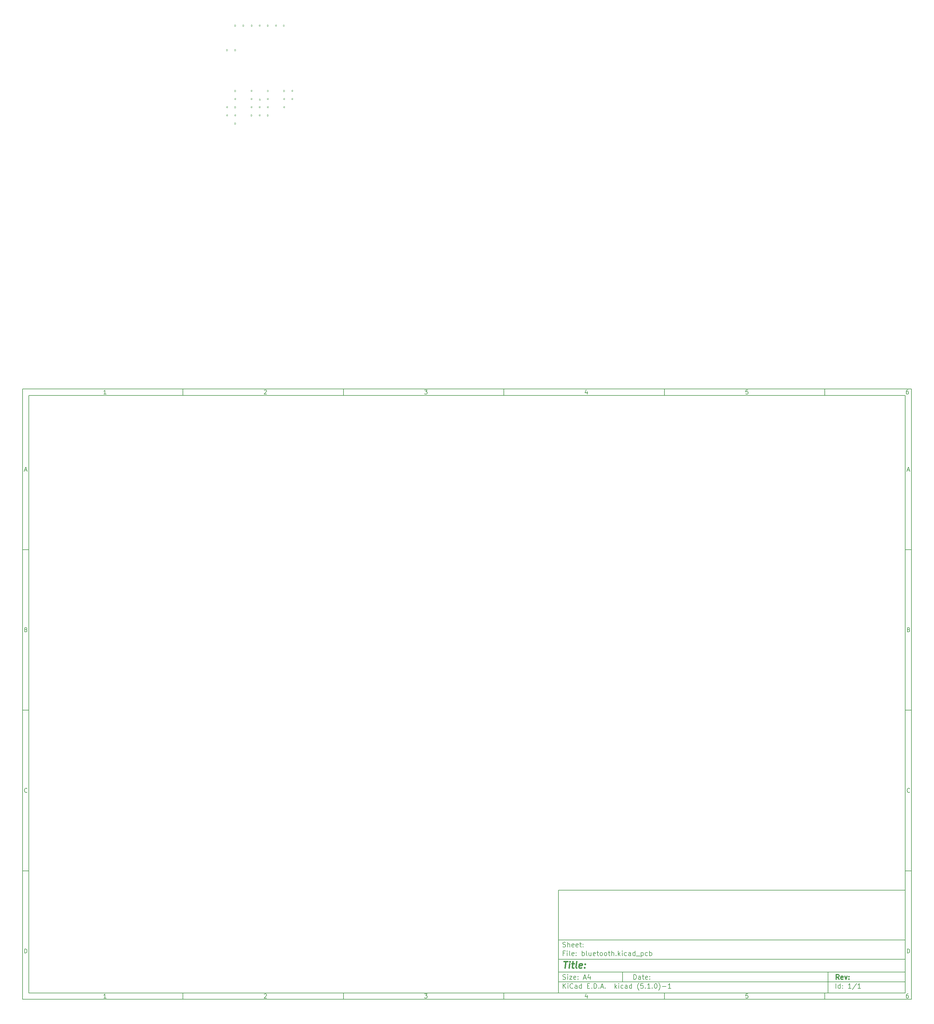
<source format=gbr>
G04 #@! TF.GenerationSoftware,KiCad,Pcbnew,(5.1.0)-1*
G04 #@! TF.CreationDate,2019-07-07T14:12:54+03:00*
G04 #@! TF.ProjectId,bluetooth,626c7565-746f-46f7-9468-2e6b69636164,rev?*
G04 #@! TF.SameCoordinates,Original*
G04 #@! TF.FileFunction,Other,Fab,Top*
%FSLAX46Y46*%
G04 Gerber Fmt 4.6, Leading zero omitted, Abs format (unit mm)*
G04 Created by KiCad (PCBNEW (5.1.0)-1) date 2019-07-07 14:12:54*
%MOMM*%
%LPD*%
G04 APERTURE LIST*
%ADD10C,0.100000*%
%ADD11C,0.150000*%
%ADD12C,0.300000*%
%ADD13C,0.400000*%
G04 APERTURE END LIST*
D10*
D11*
X177002200Y-166007200D02*
X177002200Y-198007200D01*
X285002200Y-198007200D01*
X285002200Y-166007200D01*
X177002200Y-166007200D01*
D10*
D11*
X10000000Y-10000000D02*
X10000000Y-200007200D01*
X287002200Y-200007200D01*
X287002200Y-10000000D01*
X10000000Y-10000000D01*
D10*
D11*
X12000000Y-12000000D02*
X12000000Y-198007200D01*
X285002200Y-198007200D01*
X285002200Y-12000000D01*
X12000000Y-12000000D01*
D10*
D11*
X60000000Y-12000000D02*
X60000000Y-10000000D01*
D10*
D11*
X110000000Y-12000000D02*
X110000000Y-10000000D01*
D10*
D11*
X160000000Y-12000000D02*
X160000000Y-10000000D01*
D10*
D11*
X210000000Y-12000000D02*
X210000000Y-10000000D01*
D10*
D11*
X260000000Y-12000000D02*
X260000000Y-10000000D01*
D10*
D11*
X36065476Y-11588095D02*
X35322619Y-11588095D01*
X35694047Y-11588095D02*
X35694047Y-10288095D01*
X35570238Y-10473809D01*
X35446428Y-10597619D01*
X35322619Y-10659523D01*
D10*
D11*
X85322619Y-10411904D02*
X85384523Y-10350000D01*
X85508333Y-10288095D01*
X85817857Y-10288095D01*
X85941666Y-10350000D01*
X86003571Y-10411904D01*
X86065476Y-10535714D01*
X86065476Y-10659523D01*
X86003571Y-10845238D01*
X85260714Y-11588095D01*
X86065476Y-11588095D01*
D10*
D11*
X135260714Y-10288095D02*
X136065476Y-10288095D01*
X135632142Y-10783333D01*
X135817857Y-10783333D01*
X135941666Y-10845238D01*
X136003571Y-10907142D01*
X136065476Y-11030952D01*
X136065476Y-11340476D01*
X136003571Y-11464285D01*
X135941666Y-11526190D01*
X135817857Y-11588095D01*
X135446428Y-11588095D01*
X135322619Y-11526190D01*
X135260714Y-11464285D01*
D10*
D11*
X185941666Y-10721428D02*
X185941666Y-11588095D01*
X185632142Y-10226190D02*
X185322619Y-11154761D01*
X186127380Y-11154761D01*
D10*
D11*
X236003571Y-10288095D02*
X235384523Y-10288095D01*
X235322619Y-10907142D01*
X235384523Y-10845238D01*
X235508333Y-10783333D01*
X235817857Y-10783333D01*
X235941666Y-10845238D01*
X236003571Y-10907142D01*
X236065476Y-11030952D01*
X236065476Y-11340476D01*
X236003571Y-11464285D01*
X235941666Y-11526190D01*
X235817857Y-11588095D01*
X235508333Y-11588095D01*
X235384523Y-11526190D01*
X235322619Y-11464285D01*
D10*
D11*
X285941666Y-10288095D02*
X285694047Y-10288095D01*
X285570238Y-10350000D01*
X285508333Y-10411904D01*
X285384523Y-10597619D01*
X285322619Y-10845238D01*
X285322619Y-11340476D01*
X285384523Y-11464285D01*
X285446428Y-11526190D01*
X285570238Y-11588095D01*
X285817857Y-11588095D01*
X285941666Y-11526190D01*
X286003571Y-11464285D01*
X286065476Y-11340476D01*
X286065476Y-11030952D01*
X286003571Y-10907142D01*
X285941666Y-10845238D01*
X285817857Y-10783333D01*
X285570238Y-10783333D01*
X285446428Y-10845238D01*
X285384523Y-10907142D01*
X285322619Y-11030952D01*
D10*
D11*
X60000000Y-198007200D02*
X60000000Y-200007200D01*
D10*
D11*
X110000000Y-198007200D02*
X110000000Y-200007200D01*
D10*
D11*
X160000000Y-198007200D02*
X160000000Y-200007200D01*
D10*
D11*
X210000000Y-198007200D02*
X210000000Y-200007200D01*
D10*
D11*
X260000000Y-198007200D02*
X260000000Y-200007200D01*
D10*
D11*
X36065476Y-199595295D02*
X35322619Y-199595295D01*
X35694047Y-199595295D02*
X35694047Y-198295295D01*
X35570238Y-198481009D01*
X35446428Y-198604819D01*
X35322619Y-198666723D01*
D10*
D11*
X85322619Y-198419104D02*
X85384523Y-198357200D01*
X85508333Y-198295295D01*
X85817857Y-198295295D01*
X85941666Y-198357200D01*
X86003571Y-198419104D01*
X86065476Y-198542914D01*
X86065476Y-198666723D01*
X86003571Y-198852438D01*
X85260714Y-199595295D01*
X86065476Y-199595295D01*
D10*
D11*
X135260714Y-198295295D02*
X136065476Y-198295295D01*
X135632142Y-198790533D01*
X135817857Y-198790533D01*
X135941666Y-198852438D01*
X136003571Y-198914342D01*
X136065476Y-199038152D01*
X136065476Y-199347676D01*
X136003571Y-199471485D01*
X135941666Y-199533390D01*
X135817857Y-199595295D01*
X135446428Y-199595295D01*
X135322619Y-199533390D01*
X135260714Y-199471485D01*
D10*
D11*
X185941666Y-198728628D02*
X185941666Y-199595295D01*
X185632142Y-198233390D02*
X185322619Y-199161961D01*
X186127380Y-199161961D01*
D10*
D11*
X236003571Y-198295295D02*
X235384523Y-198295295D01*
X235322619Y-198914342D01*
X235384523Y-198852438D01*
X235508333Y-198790533D01*
X235817857Y-198790533D01*
X235941666Y-198852438D01*
X236003571Y-198914342D01*
X236065476Y-199038152D01*
X236065476Y-199347676D01*
X236003571Y-199471485D01*
X235941666Y-199533390D01*
X235817857Y-199595295D01*
X235508333Y-199595295D01*
X235384523Y-199533390D01*
X235322619Y-199471485D01*
D10*
D11*
X285941666Y-198295295D02*
X285694047Y-198295295D01*
X285570238Y-198357200D01*
X285508333Y-198419104D01*
X285384523Y-198604819D01*
X285322619Y-198852438D01*
X285322619Y-199347676D01*
X285384523Y-199471485D01*
X285446428Y-199533390D01*
X285570238Y-199595295D01*
X285817857Y-199595295D01*
X285941666Y-199533390D01*
X286003571Y-199471485D01*
X286065476Y-199347676D01*
X286065476Y-199038152D01*
X286003571Y-198914342D01*
X285941666Y-198852438D01*
X285817857Y-198790533D01*
X285570238Y-198790533D01*
X285446428Y-198852438D01*
X285384523Y-198914342D01*
X285322619Y-199038152D01*
D10*
D11*
X10000000Y-60000000D02*
X12000000Y-60000000D01*
D10*
D11*
X10000000Y-110000000D02*
X12000000Y-110000000D01*
D10*
D11*
X10000000Y-160000000D02*
X12000000Y-160000000D01*
D10*
D11*
X10690476Y-35216666D02*
X11309523Y-35216666D01*
X10566666Y-35588095D02*
X11000000Y-34288095D01*
X11433333Y-35588095D01*
D10*
D11*
X11092857Y-84907142D02*
X11278571Y-84969047D01*
X11340476Y-85030952D01*
X11402380Y-85154761D01*
X11402380Y-85340476D01*
X11340476Y-85464285D01*
X11278571Y-85526190D01*
X11154761Y-85588095D01*
X10659523Y-85588095D01*
X10659523Y-84288095D01*
X11092857Y-84288095D01*
X11216666Y-84350000D01*
X11278571Y-84411904D01*
X11340476Y-84535714D01*
X11340476Y-84659523D01*
X11278571Y-84783333D01*
X11216666Y-84845238D01*
X11092857Y-84907142D01*
X10659523Y-84907142D01*
D10*
D11*
X11402380Y-135464285D02*
X11340476Y-135526190D01*
X11154761Y-135588095D01*
X11030952Y-135588095D01*
X10845238Y-135526190D01*
X10721428Y-135402380D01*
X10659523Y-135278571D01*
X10597619Y-135030952D01*
X10597619Y-134845238D01*
X10659523Y-134597619D01*
X10721428Y-134473809D01*
X10845238Y-134350000D01*
X11030952Y-134288095D01*
X11154761Y-134288095D01*
X11340476Y-134350000D01*
X11402380Y-134411904D01*
D10*
D11*
X10659523Y-185588095D02*
X10659523Y-184288095D01*
X10969047Y-184288095D01*
X11154761Y-184350000D01*
X11278571Y-184473809D01*
X11340476Y-184597619D01*
X11402380Y-184845238D01*
X11402380Y-185030952D01*
X11340476Y-185278571D01*
X11278571Y-185402380D01*
X11154761Y-185526190D01*
X10969047Y-185588095D01*
X10659523Y-185588095D01*
D10*
D11*
X287002200Y-60000000D02*
X285002200Y-60000000D01*
D10*
D11*
X287002200Y-110000000D02*
X285002200Y-110000000D01*
D10*
D11*
X287002200Y-160000000D02*
X285002200Y-160000000D01*
D10*
D11*
X285692676Y-35216666D02*
X286311723Y-35216666D01*
X285568866Y-35588095D02*
X286002200Y-34288095D01*
X286435533Y-35588095D01*
D10*
D11*
X286095057Y-84907142D02*
X286280771Y-84969047D01*
X286342676Y-85030952D01*
X286404580Y-85154761D01*
X286404580Y-85340476D01*
X286342676Y-85464285D01*
X286280771Y-85526190D01*
X286156961Y-85588095D01*
X285661723Y-85588095D01*
X285661723Y-84288095D01*
X286095057Y-84288095D01*
X286218866Y-84350000D01*
X286280771Y-84411904D01*
X286342676Y-84535714D01*
X286342676Y-84659523D01*
X286280771Y-84783333D01*
X286218866Y-84845238D01*
X286095057Y-84907142D01*
X285661723Y-84907142D01*
D10*
D11*
X286404580Y-135464285D02*
X286342676Y-135526190D01*
X286156961Y-135588095D01*
X286033152Y-135588095D01*
X285847438Y-135526190D01*
X285723628Y-135402380D01*
X285661723Y-135278571D01*
X285599819Y-135030952D01*
X285599819Y-134845238D01*
X285661723Y-134597619D01*
X285723628Y-134473809D01*
X285847438Y-134350000D01*
X286033152Y-134288095D01*
X286156961Y-134288095D01*
X286342676Y-134350000D01*
X286404580Y-134411904D01*
D10*
D11*
X285661723Y-185588095D02*
X285661723Y-184288095D01*
X285971247Y-184288095D01*
X286156961Y-184350000D01*
X286280771Y-184473809D01*
X286342676Y-184597619D01*
X286404580Y-184845238D01*
X286404580Y-185030952D01*
X286342676Y-185278571D01*
X286280771Y-185402380D01*
X286156961Y-185526190D01*
X285971247Y-185588095D01*
X285661723Y-185588095D01*
D10*
D11*
X200434342Y-193785771D02*
X200434342Y-192285771D01*
X200791485Y-192285771D01*
X201005771Y-192357200D01*
X201148628Y-192500057D01*
X201220057Y-192642914D01*
X201291485Y-192928628D01*
X201291485Y-193142914D01*
X201220057Y-193428628D01*
X201148628Y-193571485D01*
X201005771Y-193714342D01*
X200791485Y-193785771D01*
X200434342Y-193785771D01*
X202577200Y-193785771D02*
X202577200Y-193000057D01*
X202505771Y-192857200D01*
X202362914Y-192785771D01*
X202077200Y-192785771D01*
X201934342Y-192857200D01*
X202577200Y-193714342D02*
X202434342Y-193785771D01*
X202077200Y-193785771D01*
X201934342Y-193714342D01*
X201862914Y-193571485D01*
X201862914Y-193428628D01*
X201934342Y-193285771D01*
X202077200Y-193214342D01*
X202434342Y-193214342D01*
X202577200Y-193142914D01*
X203077200Y-192785771D02*
X203648628Y-192785771D01*
X203291485Y-192285771D02*
X203291485Y-193571485D01*
X203362914Y-193714342D01*
X203505771Y-193785771D01*
X203648628Y-193785771D01*
X204720057Y-193714342D02*
X204577200Y-193785771D01*
X204291485Y-193785771D01*
X204148628Y-193714342D01*
X204077200Y-193571485D01*
X204077200Y-193000057D01*
X204148628Y-192857200D01*
X204291485Y-192785771D01*
X204577200Y-192785771D01*
X204720057Y-192857200D01*
X204791485Y-193000057D01*
X204791485Y-193142914D01*
X204077200Y-193285771D01*
X205434342Y-193642914D02*
X205505771Y-193714342D01*
X205434342Y-193785771D01*
X205362914Y-193714342D01*
X205434342Y-193642914D01*
X205434342Y-193785771D01*
X205434342Y-192857200D02*
X205505771Y-192928628D01*
X205434342Y-193000057D01*
X205362914Y-192928628D01*
X205434342Y-192857200D01*
X205434342Y-193000057D01*
D10*
D11*
X177002200Y-194507200D02*
X285002200Y-194507200D01*
D10*
D11*
X178434342Y-196585771D02*
X178434342Y-195085771D01*
X179291485Y-196585771D02*
X178648628Y-195728628D01*
X179291485Y-195085771D02*
X178434342Y-195942914D01*
X179934342Y-196585771D02*
X179934342Y-195585771D01*
X179934342Y-195085771D02*
X179862914Y-195157200D01*
X179934342Y-195228628D01*
X180005771Y-195157200D01*
X179934342Y-195085771D01*
X179934342Y-195228628D01*
X181505771Y-196442914D02*
X181434342Y-196514342D01*
X181220057Y-196585771D01*
X181077200Y-196585771D01*
X180862914Y-196514342D01*
X180720057Y-196371485D01*
X180648628Y-196228628D01*
X180577200Y-195942914D01*
X180577200Y-195728628D01*
X180648628Y-195442914D01*
X180720057Y-195300057D01*
X180862914Y-195157200D01*
X181077200Y-195085771D01*
X181220057Y-195085771D01*
X181434342Y-195157200D01*
X181505771Y-195228628D01*
X182791485Y-196585771D02*
X182791485Y-195800057D01*
X182720057Y-195657200D01*
X182577200Y-195585771D01*
X182291485Y-195585771D01*
X182148628Y-195657200D01*
X182791485Y-196514342D02*
X182648628Y-196585771D01*
X182291485Y-196585771D01*
X182148628Y-196514342D01*
X182077200Y-196371485D01*
X182077200Y-196228628D01*
X182148628Y-196085771D01*
X182291485Y-196014342D01*
X182648628Y-196014342D01*
X182791485Y-195942914D01*
X184148628Y-196585771D02*
X184148628Y-195085771D01*
X184148628Y-196514342D02*
X184005771Y-196585771D01*
X183720057Y-196585771D01*
X183577200Y-196514342D01*
X183505771Y-196442914D01*
X183434342Y-196300057D01*
X183434342Y-195871485D01*
X183505771Y-195728628D01*
X183577200Y-195657200D01*
X183720057Y-195585771D01*
X184005771Y-195585771D01*
X184148628Y-195657200D01*
X186005771Y-195800057D02*
X186505771Y-195800057D01*
X186720057Y-196585771D02*
X186005771Y-196585771D01*
X186005771Y-195085771D01*
X186720057Y-195085771D01*
X187362914Y-196442914D02*
X187434342Y-196514342D01*
X187362914Y-196585771D01*
X187291485Y-196514342D01*
X187362914Y-196442914D01*
X187362914Y-196585771D01*
X188077200Y-196585771D02*
X188077200Y-195085771D01*
X188434342Y-195085771D01*
X188648628Y-195157200D01*
X188791485Y-195300057D01*
X188862914Y-195442914D01*
X188934342Y-195728628D01*
X188934342Y-195942914D01*
X188862914Y-196228628D01*
X188791485Y-196371485D01*
X188648628Y-196514342D01*
X188434342Y-196585771D01*
X188077200Y-196585771D01*
X189577200Y-196442914D02*
X189648628Y-196514342D01*
X189577200Y-196585771D01*
X189505771Y-196514342D01*
X189577200Y-196442914D01*
X189577200Y-196585771D01*
X190220057Y-196157200D02*
X190934342Y-196157200D01*
X190077200Y-196585771D02*
X190577200Y-195085771D01*
X191077200Y-196585771D01*
X191577200Y-196442914D02*
X191648628Y-196514342D01*
X191577200Y-196585771D01*
X191505771Y-196514342D01*
X191577200Y-196442914D01*
X191577200Y-196585771D01*
X194577200Y-196585771D02*
X194577200Y-195085771D01*
X194720057Y-196014342D02*
X195148628Y-196585771D01*
X195148628Y-195585771D02*
X194577200Y-196157200D01*
X195791485Y-196585771D02*
X195791485Y-195585771D01*
X195791485Y-195085771D02*
X195720057Y-195157200D01*
X195791485Y-195228628D01*
X195862914Y-195157200D01*
X195791485Y-195085771D01*
X195791485Y-195228628D01*
X197148628Y-196514342D02*
X197005771Y-196585771D01*
X196720057Y-196585771D01*
X196577200Y-196514342D01*
X196505771Y-196442914D01*
X196434342Y-196300057D01*
X196434342Y-195871485D01*
X196505771Y-195728628D01*
X196577200Y-195657200D01*
X196720057Y-195585771D01*
X197005771Y-195585771D01*
X197148628Y-195657200D01*
X198434342Y-196585771D02*
X198434342Y-195800057D01*
X198362914Y-195657200D01*
X198220057Y-195585771D01*
X197934342Y-195585771D01*
X197791485Y-195657200D01*
X198434342Y-196514342D02*
X198291485Y-196585771D01*
X197934342Y-196585771D01*
X197791485Y-196514342D01*
X197720057Y-196371485D01*
X197720057Y-196228628D01*
X197791485Y-196085771D01*
X197934342Y-196014342D01*
X198291485Y-196014342D01*
X198434342Y-195942914D01*
X199791485Y-196585771D02*
X199791485Y-195085771D01*
X199791485Y-196514342D02*
X199648628Y-196585771D01*
X199362914Y-196585771D01*
X199220057Y-196514342D01*
X199148628Y-196442914D01*
X199077200Y-196300057D01*
X199077200Y-195871485D01*
X199148628Y-195728628D01*
X199220057Y-195657200D01*
X199362914Y-195585771D01*
X199648628Y-195585771D01*
X199791485Y-195657200D01*
X202077200Y-197157200D02*
X202005771Y-197085771D01*
X201862914Y-196871485D01*
X201791485Y-196728628D01*
X201720057Y-196514342D01*
X201648628Y-196157200D01*
X201648628Y-195871485D01*
X201720057Y-195514342D01*
X201791485Y-195300057D01*
X201862914Y-195157200D01*
X202005771Y-194942914D01*
X202077200Y-194871485D01*
X203362914Y-195085771D02*
X202648628Y-195085771D01*
X202577200Y-195800057D01*
X202648628Y-195728628D01*
X202791485Y-195657200D01*
X203148628Y-195657200D01*
X203291485Y-195728628D01*
X203362914Y-195800057D01*
X203434342Y-195942914D01*
X203434342Y-196300057D01*
X203362914Y-196442914D01*
X203291485Y-196514342D01*
X203148628Y-196585771D01*
X202791485Y-196585771D01*
X202648628Y-196514342D01*
X202577200Y-196442914D01*
X204077200Y-196442914D02*
X204148628Y-196514342D01*
X204077200Y-196585771D01*
X204005771Y-196514342D01*
X204077200Y-196442914D01*
X204077200Y-196585771D01*
X205577200Y-196585771D02*
X204720057Y-196585771D01*
X205148628Y-196585771D02*
X205148628Y-195085771D01*
X205005771Y-195300057D01*
X204862914Y-195442914D01*
X204720057Y-195514342D01*
X206220057Y-196442914D02*
X206291485Y-196514342D01*
X206220057Y-196585771D01*
X206148628Y-196514342D01*
X206220057Y-196442914D01*
X206220057Y-196585771D01*
X207220057Y-195085771D02*
X207362914Y-195085771D01*
X207505771Y-195157200D01*
X207577200Y-195228628D01*
X207648628Y-195371485D01*
X207720057Y-195657200D01*
X207720057Y-196014342D01*
X207648628Y-196300057D01*
X207577200Y-196442914D01*
X207505771Y-196514342D01*
X207362914Y-196585771D01*
X207220057Y-196585771D01*
X207077200Y-196514342D01*
X207005771Y-196442914D01*
X206934342Y-196300057D01*
X206862914Y-196014342D01*
X206862914Y-195657200D01*
X206934342Y-195371485D01*
X207005771Y-195228628D01*
X207077200Y-195157200D01*
X207220057Y-195085771D01*
X208220057Y-197157200D02*
X208291485Y-197085771D01*
X208434342Y-196871485D01*
X208505771Y-196728628D01*
X208577200Y-196514342D01*
X208648628Y-196157200D01*
X208648628Y-195871485D01*
X208577200Y-195514342D01*
X208505771Y-195300057D01*
X208434342Y-195157200D01*
X208291485Y-194942914D01*
X208220057Y-194871485D01*
X209362914Y-196014342D02*
X210505771Y-196014342D01*
X212005771Y-196585771D02*
X211148628Y-196585771D01*
X211577200Y-196585771D02*
X211577200Y-195085771D01*
X211434342Y-195300057D01*
X211291485Y-195442914D01*
X211148628Y-195514342D01*
D10*
D11*
X177002200Y-191507200D02*
X285002200Y-191507200D01*
D10*
D12*
X264411485Y-193785771D02*
X263911485Y-193071485D01*
X263554342Y-193785771D02*
X263554342Y-192285771D01*
X264125771Y-192285771D01*
X264268628Y-192357200D01*
X264340057Y-192428628D01*
X264411485Y-192571485D01*
X264411485Y-192785771D01*
X264340057Y-192928628D01*
X264268628Y-193000057D01*
X264125771Y-193071485D01*
X263554342Y-193071485D01*
X265625771Y-193714342D02*
X265482914Y-193785771D01*
X265197200Y-193785771D01*
X265054342Y-193714342D01*
X264982914Y-193571485D01*
X264982914Y-193000057D01*
X265054342Y-192857200D01*
X265197200Y-192785771D01*
X265482914Y-192785771D01*
X265625771Y-192857200D01*
X265697200Y-193000057D01*
X265697200Y-193142914D01*
X264982914Y-193285771D01*
X266197200Y-192785771D02*
X266554342Y-193785771D01*
X266911485Y-192785771D01*
X267482914Y-193642914D02*
X267554342Y-193714342D01*
X267482914Y-193785771D01*
X267411485Y-193714342D01*
X267482914Y-193642914D01*
X267482914Y-193785771D01*
X267482914Y-192857200D02*
X267554342Y-192928628D01*
X267482914Y-193000057D01*
X267411485Y-192928628D01*
X267482914Y-192857200D01*
X267482914Y-193000057D01*
D10*
D11*
X178362914Y-193714342D02*
X178577200Y-193785771D01*
X178934342Y-193785771D01*
X179077200Y-193714342D01*
X179148628Y-193642914D01*
X179220057Y-193500057D01*
X179220057Y-193357200D01*
X179148628Y-193214342D01*
X179077200Y-193142914D01*
X178934342Y-193071485D01*
X178648628Y-193000057D01*
X178505771Y-192928628D01*
X178434342Y-192857200D01*
X178362914Y-192714342D01*
X178362914Y-192571485D01*
X178434342Y-192428628D01*
X178505771Y-192357200D01*
X178648628Y-192285771D01*
X179005771Y-192285771D01*
X179220057Y-192357200D01*
X179862914Y-193785771D02*
X179862914Y-192785771D01*
X179862914Y-192285771D02*
X179791485Y-192357200D01*
X179862914Y-192428628D01*
X179934342Y-192357200D01*
X179862914Y-192285771D01*
X179862914Y-192428628D01*
X180434342Y-192785771D02*
X181220057Y-192785771D01*
X180434342Y-193785771D01*
X181220057Y-193785771D01*
X182362914Y-193714342D02*
X182220057Y-193785771D01*
X181934342Y-193785771D01*
X181791485Y-193714342D01*
X181720057Y-193571485D01*
X181720057Y-193000057D01*
X181791485Y-192857200D01*
X181934342Y-192785771D01*
X182220057Y-192785771D01*
X182362914Y-192857200D01*
X182434342Y-193000057D01*
X182434342Y-193142914D01*
X181720057Y-193285771D01*
X183077200Y-193642914D02*
X183148628Y-193714342D01*
X183077200Y-193785771D01*
X183005771Y-193714342D01*
X183077200Y-193642914D01*
X183077200Y-193785771D01*
X183077200Y-192857200D02*
X183148628Y-192928628D01*
X183077200Y-193000057D01*
X183005771Y-192928628D01*
X183077200Y-192857200D01*
X183077200Y-193000057D01*
X184862914Y-193357200D02*
X185577200Y-193357200D01*
X184720057Y-193785771D02*
X185220057Y-192285771D01*
X185720057Y-193785771D01*
X186862914Y-192785771D02*
X186862914Y-193785771D01*
X186505771Y-192214342D02*
X186148628Y-193285771D01*
X187077200Y-193285771D01*
D10*
D11*
X263434342Y-196585771D02*
X263434342Y-195085771D01*
X264791485Y-196585771D02*
X264791485Y-195085771D01*
X264791485Y-196514342D02*
X264648628Y-196585771D01*
X264362914Y-196585771D01*
X264220057Y-196514342D01*
X264148628Y-196442914D01*
X264077200Y-196300057D01*
X264077200Y-195871485D01*
X264148628Y-195728628D01*
X264220057Y-195657200D01*
X264362914Y-195585771D01*
X264648628Y-195585771D01*
X264791485Y-195657200D01*
X265505771Y-196442914D02*
X265577200Y-196514342D01*
X265505771Y-196585771D01*
X265434342Y-196514342D01*
X265505771Y-196442914D01*
X265505771Y-196585771D01*
X265505771Y-195657200D02*
X265577200Y-195728628D01*
X265505771Y-195800057D01*
X265434342Y-195728628D01*
X265505771Y-195657200D01*
X265505771Y-195800057D01*
X268148628Y-196585771D02*
X267291485Y-196585771D01*
X267720057Y-196585771D02*
X267720057Y-195085771D01*
X267577200Y-195300057D01*
X267434342Y-195442914D01*
X267291485Y-195514342D01*
X269862914Y-195014342D02*
X268577200Y-196942914D01*
X271148628Y-196585771D02*
X270291485Y-196585771D01*
X270720057Y-196585771D02*
X270720057Y-195085771D01*
X270577200Y-195300057D01*
X270434342Y-195442914D01*
X270291485Y-195514342D01*
D10*
D11*
X177002200Y-187507200D02*
X285002200Y-187507200D01*
D10*
D13*
X178714580Y-188211961D02*
X179857438Y-188211961D01*
X179036009Y-190211961D02*
X179286009Y-188211961D01*
X180274104Y-190211961D02*
X180440771Y-188878628D01*
X180524104Y-188211961D02*
X180416961Y-188307200D01*
X180500295Y-188402438D01*
X180607438Y-188307200D01*
X180524104Y-188211961D01*
X180500295Y-188402438D01*
X181107438Y-188878628D02*
X181869342Y-188878628D01*
X181476485Y-188211961D02*
X181262200Y-189926247D01*
X181333628Y-190116723D01*
X181512200Y-190211961D01*
X181702676Y-190211961D01*
X182655057Y-190211961D02*
X182476485Y-190116723D01*
X182405057Y-189926247D01*
X182619342Y-188211961D01*
X184190771Y-190116723D02*
X183988390Y-190211961D01*
X183607438Y-190211961D01*
X183428866Y-190116723D01*
X183357438Y-189926247D01*
X183452676Y-189164342D01*
X183571723Y-188973866D01*
X183774104Y-188878628D01*
X184155057Y-188878628D01*
X184333628Y-188973866D01*
X184405057Y-189164342D01*
X184381247Y-189354819D01*
X183405057Y-189545295D01*
X185155057Y-190021485D02*
X185238390Y-190116723D01*
X185131247Y-190211961D01*
X185047914Y-190116723D01*
X185155057Y-190021485D01*
X185131247Y-190211961D01*
X185286009Y-188973866D02*
X185369342Y-189069104D01*
X185262200Y-189164342D01*
X185178866Y-189069104D01*
X185286009Y-188973866D01*
X185262200Y-189164342D01*
D10*
D11*
X178934342Y-185600057D02*
X178434342Y-185600057D01*
X178434342Y-186385771D02*
X178434342Y-184885771D01*
X179148628Y-184885771D01*
X179720057Y-186385771D02*
X179720057Y-185385771D01*
X179720057Y-184885771D02*
X179648628Y-184957200D01*
X179720057Y-185028628D01*
X179791485Y-184957200D01*
X179720057Y-184885771D01*
X179720057Y-185028628D01*
X180648628Y-186385771D02*
X180505771Y-186314342D01*
X180434342Y-186171485D01*
X180434342Y-184885771D01*
X181791485Y-186314342D02*
X181648628Y-186385771D01*
X181362914Y-186385771D01*
X181220057Y-186314342D01*
X181148628Y-186171485D01*
X181148628Y-185600057D01*
X181220057Y-185457200D01*
X181362914Y-185385771D01*
X181648628Y-185385771D01*
X181791485Y-185457200D01*
X181862914Y-185600057D01*
X181862914Y-185742914D01*
X181148628Y-185885771D01*
X182505771Y-186242914D02*
X182577200Y-186314342D01*
X182505771Y-186385771D01*
X182434342Y-186314342D01*
X182505771Y-186242914D01*
X182505771Y-186385771D01*
X182505771Y-185457200D02*
X182577200Y-185528628D01*
X182505771Y-185600057D01*
X182434342Y-185528628D01*
X182505771Y-185457200D01*
X182505771Y-185600057D01*
X184362914Y-186385771D02*
X184362914Y-184885771D01*
X184362914Y-185457200D02*
X184505771Y-185385771D01*
X184791485Y-185385771D01*
X184934342Y-185457200D01*
X185005771Y-185528628D01*
X185077200Y-185671485D01*
X185077200Y-186100057D01*
X185005771Y-186242914D01*
X184934342Y-186314342D01*
X184791485Y-186385771D01*
X184505771Y-186385771D01*
X184362914Y-186314342D01*
X185934342Y-186385771D02*
X185791485Y-186314342D01*
X185720057Y-186171485D01*
X185720057Y-184885771D01*
X187148628Y-185385771D02*
X187148628Y-186385771D01*
X186505771Y-185385771D02*
X186505771Y-186171485D01*
X186577200Y-186314342D01*
X186720057Y-186385771D01*
X186934342Y-186385771D01*
X187077200Y-186314342D01*
X187148628Y-186242914D01*
X188434342Y-186314342D02*
X188291485Y-186385771D01*
X188005771Y-186385771D01*
X187862914Y-186314342D01*
X187791485Y-186171485D01*
X187791485Y-185600057D01*
X187862914Y-185457200D01*
X188005771Y-185385771D01*
X188291485Y-185385771D01*
X188434342Y-185457200D01*
X188505771Y-185600057D01*
X188505771Y-185742914D01*
X187791485Y-185885771D01*
X188934342Y-185385771D02*
X189505771Y-185385771D01*
X189148628Y-184885771D02*
X189148628Y-186171485D01*
X189220057Y-186314342D01*
X189362914Y-186385771D01*
X189505771Y-186385771D01*
X190220057Y-186385771D02*
X190077200Y-186314342D01*
X190005771Y-186242914D01*
X189934342Y-186100057D01*
X189934342Y-185671485D01*
X190005771Y-185528628D01*
X190077200Y-185457200D01*
X190220057Y-185385771D01*
X190434342Y-185385771D01*
X190577200Y-185457200D01*
X190648628Y-185528628D01*
X190720057Y-185671485D01*
X190720057Y-186100057D01*
X190648628Y-186242914D01*
X190577200Y-186314342D01*
X190434342Y-186385771D01*
X190220057Y-186385771D01*
X191577200Y-186385771D02*
X191434342Y-186314342D01*
X191362914Y-186242914D01*
X191291485Y-186100057D01*
X191291485Y-185671485D01*
X191362914Y-185528628D01*
X191434342Y-185457200D01*
X191577200Y-185385771D01*
X191791485Y-185385771D01*
X191934342Y-185457200D01*
X192005771Y-185528628D01*
X192077200Y-185671485D01*
X192077200Y-186100057D01*
X192005771Y-186242914D01*
X191934342Y-186314342D01*
X191791485Y-186385771D01*
X191577200Y-186385771D01*
X192505771Y-185385771D02*
X193077200Y-185385771D01*
X192720057Y-184885771D02*
X192720057Y-186171485D01*
X192791485Y-186314342D01*
X192934342Y-186385771D01*
X193077200Y-186385771D01*
X193577200Y-186385771D02*
X193577200Y-184885771D01*
X194220057Y-186385771D02*
X194220057Y-185600057D01*
X194148628Y-185457200D01*
X194005771Y-185385771D01*
X193791485Y-185385771D01*
X193648628Y-185457200D01*
X193577200Y-185528628D01*
X194934342Y-186242914D02*
X195005771Y-186314342D01*
X194934342Y-186385771D01*
X194862914Y-186314342D01*
X194934342Y-186242914D01*
X194934342Y-186385771D01*
X195648628Y-186385771D02*
X195648628Y-184885771D01*
X195791485Y-185814342D02*
X196220057Y-186385771D01*
X196220057Y-185385771D02*
X195648628Y-185957200D01*
X196862914Y-186385771D02*
X196862914Y-185385771D01*
X196862914Y-184885771D02*
X196791485Y-184957200D01*
X196862914Y-185028628D01*
X196934342Y-184957200D01*
X196862914Y-184885771D01*
X196862914Y-185028628D01*
X198220057Y-186314342D02*
X198077200Y-186385771D01*
X197791485Y-186385771D01*
X197648628Y-186314342D01*
X197577200Y-186242914D01*
X197505771Y-186100057D01*
X197505771Y-185671485D01*
X197577200Y-185528628D01*
X197648628Y-185457200D01*
X197791485Y-185385771D01*
X198077200Y-185385771D01*
X198220057Y-185457200D01*
X199505771Y-186385771D02*
X199505771Y-185600057D01*
X199434342Y-185457200D01*
X199291485Y-185385771D01*
X199005771Y-185385771D01*
X198862914Y-185457200D01*
X199505771Y-186314342D02*
X199362914Y-186385771D01*
X199005771Y-186385771D01*
X198862914Y-186314342D01*
X198791485Y-186171485D01*
X198791485Y-186028628D01*
X198862914Y-185885771D01*
X199005771Y-185814342D01*
X199362914Y-185814342D01*
X199505771Y-185742914D01*
X200862914Y-186385771D02*
X200862914Y-184885771D01*
X200862914Y-186314342D02*
X200720057Y-186385771D01*
X200434342Y-186385771D01*
X200291485Y-186314342D01*
X200220057Y-186242914D01*
X200148628Y-186100057D01*
X200148628Y-185671485D01*
X200220057Y-185528628D01*
X200291485Y-185457200D01*
X200434342Y-185385771D01*
X200720057Y-185385771D01*
X200862914Y-185457200D01*
X201220057Y-186528628D02*
X202362914Y-186528628D01*
X202720057Y-185385771D02*
X202720057Y-186885771D01*
X202720057Y-185457200D02*
X202862914Y-185385771D01*
X203148628Y-185385771D01*
X203291485Y-185457200D01*
X203362914Y-185528628D01*
X203434342Y-185671485D01*
X203434342Y-186100057D01*
X203362914Y-186242914D01*
X203291485Y-186314342D01*
X203148628Y-186385771D01*
X202862914Y-186385771D01*
X202720057Y-186314342D01*
X204720057Y-186314342D02*
X204577200Y-186385771D01*
X204291485Y-186385771D01*
X204148628Y-186314342D01*
X204077200Y-186242914D01*
X204005771Y-186100057D01*
X204005771Y-185671485D01*
X204077200Y-185528628D01*
X204148628Y-185457200D01*
X204291485Y-185385771D01*
X204577200Y-185385771D01*
X204720057Y-185457200D01*
X205362914Y-186385771D02*
X205362914Y-184885771D01*
X205362914Y-185457200D02*
X205505771Y-185385771D01*
X205791485Y-185385771D01*
X205934342Y-185457200D01*
X206005771Y-185528628D01*
X206077200Y-185671485D01*
X206077200Y-186100057D01*
X206005771Y-186242914D01*
X205934342Y-186314342D01*
X205791485Y-186385771D01*
X205505771Y-186385771D01*
X205362914Y-186314342D01*
D10*
D11*
X177002200Y-181507200D02*
X285002200Y-181507200D01*
D10*
D11*
X178362914Y-183614342D02*
X178577200Y-183685771D01*
X178934342Y-183685771D01*
X179077200Y-183614342D01*
X179148628Y-183542914D01*
X179220057Y-183400057D01*
X179220057Y-183257200D01*
X179148628Y-183114342D01*
X179077200Y-183042914D01*
X178934342Y-182971485D01*
X178648628Y-182900057D01*
X178505771Y-182828628D01*
X178434342Y-182757200D01*
X178362914Y-182614342D01*
X178362914Y-182471485D01*
X178434342Y-182328628D01*
X178505771Y-182257200D01*
X178648628Y-182185771D01*
X179005771Y-182185771D01*
X179220057Y-182257200D01*
X179862914Y-183685771D02*
X179862914Y-182185771D01*
X180505771Y-183685771D02*
X180505771Y-182900057D01*
X180434342Y-182757200D01*
X180291485Y-182685771D01*
X180077200Y-182685771D01*
X179934342Y-182757200D01*
X179862914Y-182828628D01*
X181791485Y-183614342D02*
X181648628Y-183685771D01*
X181362914Y-183685771D01*
X181220057Y-183614342D01*
X181148628Y-183471485D01*
X181148628Y-182900057D01*
X181220057Y-182757200D01*
X181362914Y-182685771D01*
X181648628Y-182685771D01*
X181791485Y-182757200D01*
X181862914Y-182900057D01*
X181862914Y-183042914D01*
X181148628Y-183185771D01*
X183077200Y-183614342D02*
X182934342Y-183685771D01*
X182648628Y-183685771D01*
X182505771Y-183614342D01*
X182434342Y-183471485D01*
X182434342Y-182900057D01*
X182505771Y-182757200D01*
X182648628Y-182685771D01*
X182934342Y-182685771D01*
X183077200Y-182757200D01*
X183148628Y-182900057D01*
X183148628Y-183042914D01*
X182434342Y-183185771D01*
X183577200Y-182685771D02*
X184148628Y-182685771D01*
X183791485Y-182185771D02*
X183791485Y-183471485D01*
X183862914Y-183614342D01*
X184005771Y-183685771D01*
X184148628Y-183685771D01*
X184648628Y-183542914D02*
X184720057Y-183614342D01*
X184648628Y-183685771D01*
X184577200Y-183614342D01*
X184648628Y-183542914D01*
X184648628Y-183685771D01*
X184648628Y-182757200D02*
X184720057Y-182828628D01*
X184648628Y-182900057D01*
X184577200Y-182828628D01*
X184648628Y-182757200D01*
X184648628Y-182900057D01*
D10*
D11*
X197002200Y-191507200D02*
X197002200Y-194507200D01*
D10*
D11*
X261002200Y-191507200D02*
X261002200Y-198007200D01*
G04 #@! TO.C,U22*
D10*
X86372380Y83063809D02*
X86467619Y83063809D01*
X86515238Y83040000D01*
X86562857Y82992380D01*
X86586666Y82897142D01*
X86586666Y82730476D01*
X86562857Y82635238D01*
X86515238Y82587619D01*
X86467619Y82563809D01*
X86372380Y82563809D01*
X86324761Y82587619D01*
X86277142Y82635238D01*
X86253333Y82730476D01*
X86253333Y82897142D01*
X86277142Y82992380D01*
X86324761Y83040000D01*
X86372380Y83063809D01*
G04 #@! TO.C,U26*
X73612380Y95763809D02*
X73707619Y95763809D01*
X73755238Y95740000D01*
X73802857Y95692380D01*
X73826666Y95597142D01*
X73826666Y95430476D01*
X73802857Y95335238D01*
X73755238Y95287619D01*
X73707619Y95263809D01*
X73612380Y95263809D01*
X73564761Y95287619D01*
X73517142Y95335238D01*
X73493333Y95430476D01*
X73493333Y95597142D01*
X73517142Y95692380D01*
X73564761Y95740000D01*
X73612380Y95763809D01*
G04 #@! TO.C,U8*
X76152380Y95763809D02*
X76247619Y95763809D01*
X76295238Y95740000D01*
X76342857Y95692380D01*
X76366666Y95597142D01*
X76366666Y95430476D01*
X76342857Y95335238D01*
X76295238Y95287619D01*
X76247619Y95263809D01*
X76152380Y95263809D01*
X76104761Y95287619D01*
X76057142Y95335238D01*
X76033333Y95430476D01*
X76033333Y95597142D01*
X76057142Y95692380D01*
X76104761Y95740000D01*
X76152380Y95763809D01*
G04 #@! TO.C,U33*
X76152380Y83063809D02*
X76247619Y83063809D01*
X76295238Y83040000D01*
X76342857Y82992380D01*
X76366666Y82897142D01*
X76366666Y82730476D01*
X76342857Y82635238D01*
X76295238Y82587619D01*
X76247619Y82563809D01*
X76152380Y82563809D01*
X76104761Y82587619D01*
X76057142Y82635238D01*
X76033333Y82730476D01*
X76033333Y82897142D01*
X76057142Y82992380D01*
X76104761Y83040000D01*
X76152380Y83063809D01*
G04 #@! TO.C,U31*
X81232380Y75443809D02*
X81327619Y75443809D01*
X81375238Y75420000D01*
X81422857Y75372380D01*
X81446666Y75277142D01*
X81446666Y75110476D01*
X81422857Y75015238D01*
X81375238Y74967619D01*
X81327619Y74943809D01*
X81232380Y74943809D01*
X81184761Y74967619D01*
X81137142Y75015238D01*
X81113333Y75110476D01*
X81113333Y75277142D01*
X81137142Y75372380D01*
X81184761Y75420000D01*
X81232380Y75443809D01*
G04 #@! TO.C,U25*
X73672380Y78033809D02*
X73767619Y78033809D01*
X73815238Y78010000D01*
X73862857Y77962380D01*
X73886666Y77867142D01*
X73886666Y77700476D01*
X73862857Y77605238D01*
X73815238Y77557619D01*
X73767619Y77533809D01*
X73672380Y77533809D01*
X73624761Y77557619D01*
X73577142Y77605238D01*
X73553333Y77700476D01*
X73553333Y77867142D01*
X73577142Y77962380D01*
X73624761Y78010000D01*
X73672380Y78033809D01*
G04 #@! TO.C,U20*
X83832380Y78033809D02*
X83927619Y78033809D01*
X83975238Y78010000D01*
X84022857Y77962380D01*
X84046666Y77867142D01*
X84046666Y77700476D01*
X84022857Y77605238D01*
X83975238Y77557619D01*
X83927619Y77533809D01*
X83832380Y77533809D01*
X83784761Y77557619D01*
X83737142Y77605238D01*
X83713333Y77700476D01*
X83713333Y77867142D01*
X83737142Y77962380D01*
X83784761Y78010000D01*
X83832380Y78033809D01*
G04 #@! TO.C,U19*
X91392380Y83063809D02*
X91487619Y83063809D01*
X91535238Y83040000D01*
X91582857Y82992380D01*
X91606666Y82897142D01*
X91606666Y82730476D01*
X91582857Y82635238D01*
X91535238Y82587619D01*
X91487619Y82563809D01*
X91392380Y82563809D01*
X91344761Y82587619D01*
X91297142Y82635238D01*
X91273333Y82730476D01*
X91273333Y82897142D01*
X91297142Y82992380D01*
X91344761Y83040000D01*
X91392380Y83063809D01*
G04 #@! TO.C,U30*
X76152380Y77983809D02*
X76247619Y77983809D01*
X76295238Y77960000D01*
X76342857Y77912380D01*
X76366666Y77817142D01*
X76366666Y77650476D01*
X76342857Y77555238D01*
X76295238Y77507619D01*
X76247619Y77483809D01*
X76152380Y77483809D01*
X76104761Y77507619D01*
X76057142Y77555238D01*
X76033333Y77650476D01*
X76033333Y77817142D01*
X76057142Y77912380D01*
X76104761Y77960000D01*
X76152380Y77983809D01*
G04 #@! TO.C,U28*
X73672380Y75493809D02*
X73767619Y75493809D01*
X73815238Y75470000D01*
X73862857Y75422380D01*
X73886666Y75327142D01*
X73886666Y75160476D01*
X73862857Y75065238D01*
X73815238Y75017619D01*
X73767619Y74993809D01*
X73672380Y74993809D01*
X73624761Y75017619D01*
X73577142Y75065238D01*
X73553333Y75160476D01*
X73553333Y75327142D01*
X73577142Y75422380D01*
X73624761Y75470000D01*
X73672380Y75493809D01*
G04 #@! TO.C,U27*
X83832380Y75493809D02*
X83927619Y75493809D01*
X83975238Y75470000D01*
X84022857Y75422380D01*
X84046666Y75327142D01*
X84046666Y75160476D01*
X84022857Y75065238D01*
X83975238Y75017619D01*
X83927619Y74993809D01*
X83832380Y74993809D01*
X83784761Y75017619D01*
X83737142Y75065238D01*
X83713333Y75160476D01*
X83713333Y75327142D01*
X83737142Y75422380D01*
X83784761Y75470000D01*
X83832380Y75493809D01*
G04 #@! TO.C,U24*
X76152380Y72903809D02*
X76247619Y72903809D01*
X76295238Y72880000D01*
X76342857Y72832380D01*
X76366666Y72737142D01*
X76366666Y72570476D01*
X76342857Y72475238D01*
X76295238Y72427619D01*
X76247619Y72403809D01*
X76152380Y72403809D01*
X76104761Y72427619D01*
X76057142Y72475238D01*
X76033333Y72570476D01*
X76033333Y72737142D01*
X76057142Y72832380D01*
X76104761Y72880000D01*
X76152380Y72903809D01*
G04 #@! TO.C,U23*
X86312380Y75443809D02*
X86407619Y75443809D01*
X86455238Y75420000D01*
X86502857Y75372380D01*
X86526666Y75277142D01*
X86526666Y75110476D01*
X86502857Y75015238D01*
X86455238Y74967619D01*
X86407619Y74943809D01*
X86312380Y74943809D01*
X86264761Y74967619D01*
X86217142Y75015238D01*
X86193333Y75110476D01*
X86193333Y75277142D01*
X86217142Y75372380D01*
X86264761Y75420000D01*
X86312380Y75443809D01*
G04 #@! TO.C,U22*
X86372380Y80573809D02*
X86467619Y80573809D01*
X86515238Y80550000D01*
X86562857Y80502380D01*
X86586666Y80407142D01*
X86586666Y80240476D01*
X86562857Y80145238D01*
X86515238Y80097619D01*
X86467619Y80073809D01*
X86372380Y80073809D01*
X86324761Y80097619D01*
X86277142Y80145238D01*
X86253333Y80240476D01*
X86253333Y80407142D01*
X86277142Y80502380D01*
X86324761Y80550000D01*
X86372380Y80573809D01*
G04 #@! TO.C,U21*
X76212380Y80573809D02*
X76307619Y80573809D01*
X76355238Y80550000D01*
X76402857Y80502380D01*
X76426666Y80407142D01*
X76426666Y80240476D01*
X76402857Y80145238D01*
X76355238Y80097619D01*
X76307619Y80073809D01*
X76212380Y80073809D01*
X76164761Y80097619D01*
X76117142Y80145238D01*
X76093333Y80240476D01*
X76093333Y80407142D01*
X76117142Y80502380D01*
X76164761Y80550000D01*
X76212380Y80573809D01*
G04 #@! TO.C,U18*
X83862380Y80343809D02*
X83957619Y80343809D01*
X84005238Y80320000D01*
X84052857Y80272380D01*
X84076666Y80177142D01*
X84076666Y80010476D01*
X84052857Y79915238D01*
X84005238Y79867619D01*
X83957619Y79843809D01*
X83862380Y79843809D01*
X83814761Y79867619D01*
X83767142Y79915238D01*
X83743333Y80010476D01*
X83743333Y80177142D01*
X83767142Y80272380D01*
X83814761Y80320000D01*
X83862380Y80343809D01*
G04 #@! TO.C,U17*
X81292380Y78033809D02*
X81387619Y78033809D01*
X81435238Y78010000D01*
X81482857Y77962380D01*
X81506666Y77867142D01*
X81506666Y77700476D01*
X81482857Y77605238D01*
X81435238Y77557619D01*
X81387619Y77533809D01*
X81292380Y77533809D01*
X81244761Y77557619D01*
X81197142Y77605238D01*
X81173333Y77700476D01*
X81173333Y77867142D01*
X81197142Y77962380D01*
X81244761Y78010000D01*
X81292380Y78033809D01*
G04 #@! TO.C,U16*
X91452380Y80573809D02*
X91547619Y80573809D01*
X91595238Y80550000D01*
X91642857Y80502380D01*
X91666666Y80407142D01*
X91666666Y80240476D01*
X91642857Y80145238D01*
X91595238Y80097619D01*
X91547619Y80073809D01*
X91452380Y80073809D01*
X91404761Y80097619D01*
X91357142Y80145238D01*
X91333333Y80240476D01*
X91333333Y80407142D01*
X91357142Y80502380D01*
X91404761Y80550000D01*
X91452380Y80573809D01*
G04 #@! TO.C,U15*
X93992380Y83113809D02*
X94087619Y83113809D01*
X94135238Y83090000D01*
X94182857Y83042380D01*
X94206666Y82947142D01*
X94206666Y82780476D01*
X94182857Y82685238D01*
X94135238Y82637619D01*
X94087619Y82613809D01*
X93992380Y82613809D01*
X93944761Y82637619D01*
X93897142Y82685238D01*
X93873333Y82780476D01*
X93873333Y82947142D01*
X93897142Y83042380D01*
X93944761Y83090000D01*
X93992380Y83113809D01*
G04 #@! TO.C,U14*
X81292380Y83113809D02*
X81387619Y83113809D01*
X81435238Y83090000D01*
X81482857Y83042380D01*
X81506666Y82947142D01*
X81506666Y82780476D01*
X81482857Y82685238D01*
X81435238Y82637619D01*
X81387619Y82613809D01*
X81292380Y82613809D01*
X81244761Y82637619D01*
X81197142Y82685238D01*
X81173333Y82780476D01*
X81173333Y82947142D01*
X81197142Y83042380D01*
X81244761Y83090000D01*
X81292380Y83113809D01*
G04 #@! TO.C,U13*
X86372380Y78033809D02*
X86467619Y78033809D01*
X86515238Y78010000D01*
X86562857Y77962380D01*
X86586666Y77867142D01*
X86586666Y77700476D01*
X86562857Y77605238D01*
X86515238Y77557619D01*
X86467619Y77533809D01*
X86372380Y77533809D01*
X86324761Y77557619D01*
X86277142Y77605238D01*
X86253333Y77700476D01*
X86253333Y77867142D01*
X86277142Y77962380D01*
X86324761Y78010000D01*
X86372380Y78033809D01*
G04 #@! TO.C,U12*
X93992380Y80573809D02*
X94087619Y80573809D01*
X94135238Y80550000D01*
X94182857Y80502380D01*
X94206666Y80407142D01*
X94206666Y80240476D01*
X94182857Y80145238D01*
X94135238Y80097619D01*
X94087619Y80073809D01*
X93992380Y80073809D01*
X93944761Y80097619D01*
X93897142Y80145238D01*
X93873333Y80240476D01*
X93873333Y80407142D01*
X93897142Y80502380D01*
X93944761Y80550000D01*
X93992380Y80573809D01*
G04 #@! TO.C,U11*
X81292380Y80573809D02*
X81387619Y80573809D01*
X81435238Y80550000D01*
X81482857Y80502380D01*
X81506666Y80407142D01*
X81506666Y80240476D01*
X81482857Y80145238D01*
X81435238Y80097619D01*
X81387619Y80073809D01*
X81292380Y80073809D01*
X81244761Y80097619D01*
X81197142Y80145238D01*
X81173333Y80240476D01*
X81173333Y80407142D01*
X81197142Y80502380D01*
X81244761Y80550000D01*
X81292380Y80573809D01*
G04 #@! TO.C,U10*
X91452380Y78033809D02*
X91547619Y78033809D01*
X91595238Y78010000D01*
X91642857Y77962380D01*
X91666666Y77867142D01*
X91666666Y77700476D01*
X91642857Y77605238D01*
X91595238Y77557619D01*
X91547619Y77533809D01*
X91452380Y77533809D01*
X91404761Y77557619D01*
X91357142Y77605238D01*
X91333333Y77700476D01*
X91333333Y77867142D01*
X91357142Y77962380D01*
X91404761Y78010000D01*
X91452380Y78033809D01*
G04 #@! TO.C,U9*
X76212380Y75493809D02*
X76307619Y75493809D01*
X76355238Y75470000D01*
X76402857Y75422380D01*
X76426666Y75327142D01*
X76426666Y75160476D01*
X76402857Y75065238D01*
X76355238Y75017619D01*
X76307619Y74993809D01*
X76212380Y74993809D01*
X76164761Y75017619D01*
X76117142Y75065238D01*
X76093333Y75160476D01*
X76093333Y75327142D01*
X76117142Y75422380D01*
X76164761Y75470000D01*
X76212380Y75493809D01*
G04 #@! TO.C,U7*
X76152380Y103383809D02*
X76247619Y103383809D01*
X76295238Y103360000D01*
X76342857Y103312380D01*
X76366666Y103217142D01*
X76366666Y103050476D01*
X76342857Y102955238D01*
X76295238Y102907619D01*
X76247619Y102883809D01*
X76152380Y102883809D01*
X76104761Y102907619D01*
X76057142Y102955238D01*
X76033333Y103050476D01*
X76033333Y103217142D01*
X76057142Y103312380D01*
X76104761Y103360000D01*
X76152380Y103383809D01*
G04 #@! TO.C,U6*
X83832380Y103433809D02*
X83927619Y103433809D01*
X83975238Y103410000D01*
X84022857Y103362380D01*
X84046666Y103267142D01*
X84046666Y103100476D01*
X84022857Y103005238D01*
X83975238Y102957619D01*
X83927619Y102933809D01*
X83832380Y102933809D01*
X83784761Y102957619D01*
X83737142Y103005238D01*
X83713333Y103100476D01*
X83713333Y103267142D01*
X83737142Y103362380D01*
X83784761Y103410000D01*
X83832380Y103433809D01*
G04 #@! TO.C,U5*
X78692380Y103383809D02*
X78787619Y103383809D01*
X78835238Y103360000D01*
X78882857Y103312380D01*
X78906666Y103217142D01*
X78906666Y103050476D01*
X78882857Y102955238D01*
X78835238Y102907619D01*
X78787619Y102883809D01*
X78692380Y102883809D01*
X78644761Y102907619D01*
X78597142Y102955238D01*
X78573333Y103050476D01*
X78573333Y103217142D01*
X78597142Y103312380D01*
X78644761Y103360000D01*
X78692380Y103383809D01*
G04 #@! TO.C,U4*
X86312380Y103383809D02*
X86407619Y103383809D01*
X86455238Y103360000D01*
X86502857Y103312380D01*
X86526666Y103217142D01*
X86526666Y103050476D01*
X86502857Y102955238D01*
X86455238Y102907619D01*
X86407619Y102883809D01*
X86312380Y102883809D01*
X86264761Y102907619D01*
X86217142Y102955238D01*
X86193333Y103050476D01*
X86193333Y103217142D01*
X86217142Y103312380D01*
X86264761Y103360000D01*
X86312380Y103383809D01*
G04 #@! TO.C,U3*
X88912380Y103433809D02*
X89007619Y103433809D01*
X89055238Y103410000D01*
X89102857Y103362380D01*
X89126666Y103267142D01*
X89126666Y103100476D01*
X89102857Y103005238D01*
X89055238Y102957619D01*
X89007619Y102933809D01*
X88912380Y102933809D01*
X88864761Y102957619D01*
X88817142Y103005238D01*
X88793333Y103100476D01*
X88793333Y103267142D01*
X88817142Y103362380D01*
X88864761Y103410000D01*
X88912380Y103433809D01*
G04 #@! TO.C,U2*
X81312380Y103383809D02*
X81407619Y103383809D01*
X81455238Y103360000D01*
X81502857Y103312380D01*
X81526666Y103217142D01*
X81526666Y103050476D01*
X81502857Y102955238D01*
X81455238Y102907619D01*
X81407619Y102883809D01*
X81312380Y102883809D01*
X81264761Y102907619D01*
X81217142Y102955238D01*
X81193333Y103050476D01*
X81193333Y103217142D01*
X81217142Y103312380D01*
X81264761Y103360000D01*
X81312380Y103383809D01*
G04 #@! TO.C,U1*
X91312380Y103383809D02*
X91407619Y103383809D01*
X91455238Y103360000D01*
X91502857Y103312380D01*
X91526666Y103217142D01*
X91526666Y103050476D01*
X91502857Y102955238D01*
X91455238Y102907619D01*
X91407619Y102883809D01*
X91312380Y102883809D01*
X91264761Y102907619D01*
X91217142Y102955238D01*
X91193333Y103050476D01*
X91193333Y103217142D01*
X91217142Y103312380D01*
X91264761Y103360000D01*
X91312380Y103383809D01*
G04 #@! TD*
M02*

</source>
